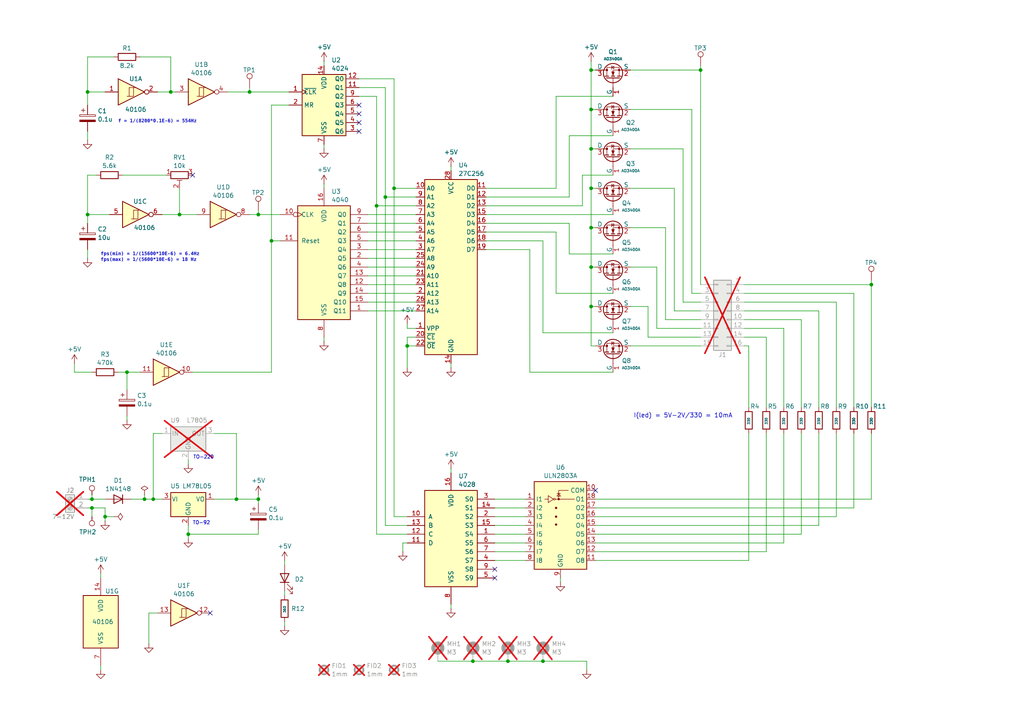
<source format=kicad_sch>
(kicad_sch (version 20250114) (generator "eeschema") (generator_version "9.0")
  (paper "A4")
  (title_block (title "Retro Imponator - Omega") (date "2026-03-01") (rev "1.0") (company "Erik Brenn, 2026"))
  (lib_symbols
    (symbol "4xxx:40106" (pin_names (offset 1.016))
      (property "Reference" "U" (at 0 1.27 0))
      (property "Value" "40106" (at 0 -1.27 0))
      (symbol "40106_1_0"
        (pin input line (at -7.62 0 0) (length 3.81) (name "~") (number "1"))
        (pin output inverted (at 7.62 0 180) (length 3.81) (name "~") (number "2"))
      )
      (symbol "40106_2_0"
        (pin input line (at -7.62 0 0) (length 3.81) (name "~") (number "3"))
        (pin output inverted (at 7.62 0 180) (length 3.81) (name "~") (number "4"))
      )
      (symbol "40106_3_0"
        (pin input line (at -7.62 0 0) (length 3.81) (name "~") (number "5"))
        (pin output inverted (at 7.62 0 180) (length 3.81) (name "~") (number "6"))
      )
      (symbol "40106_4_0"
        (pin input line (at -7.62 0 0) (length 3.81) (name "~") (number "9"))
        (pin output inverted (at 7.62 0 180) (length 3.81) (name "~") (number "8"))
      )
      (symbol "40106_5_0"
        (pin input line (at -7.62 0 0) (length 3.81) (name "~") (number "11"))
        (pin output inverted (at 7.62 0 180) (length 3.81) (name "~") (number "10"))
      )
      (symbol "40106_6_0"
        (pin input line (at -7.62 0 0) (length 3.81) (name "~") (number "13"))
        (pin output inverted (at 7.62 0 180) (length 3.81) (name "~") (number "12"))
      )
      (symbol "40106_7_0"
        (pin power_in line (at 0 12.7 270) (length 5.08) (name "VDD") (number "14"))
        (pin power_in line (at 0 -12.7 90) (length 5.08) (name "VSS") (number "7"))
      )
    )
    (symbol "4xxx:4028" (pin_names (offset 1.016))
      (property "Reference" "U" (at -7.62 13.97 0))
      (property "Value" "4028" (at -7.62 -16.51 0))
      (symbol "4028_1_0"
        (pin input line (at -12.7 5.08 0) (length 5.08) (name "A") (number "10"))
        (pin input line (at -12.7 2.54 0) (length 5.08) (name "B") (number "13"))
        (pin input line (at -12.7 0 0) (length 5.08) (name "C") (number "12"))
        (pin input line (at -12.7 -2.54 0) (length 5.08) (name "D") (number "11"))
        (pin power_in line (at 0 17.78 270) (length 5.08) (name "VDD") (number "16"))
        (pin power_in line (at 0 -20.32 90) (length 5.08) (name "VSS") (number "8"))
        (pin output line (at 12.7 10.16 180) (length 5.08) (name "S0") (number "3"))
        (pin output line (at 12.7 7.62 180) (length 5.08) (name "S1") (number "14"))
        (pin output line (at 12.7 5.08 180) (length 5.08) (name "S2") (number "2"))
        (pin output line (at 12.7 2.54 180) (length 5.08) (name "S3") (number "15"))
        (pin output line (at 12.7 0 180) (length 5.08) (name "S4") (number "1"))
        (pin output line (at 12.7 -2.54 180) (length 5.08) (name "S5") (number "6"))
        (pin output line (at 12.7 -5.08 180) (length 5.08) (name "S6") (number "7"))
        (pin output line (at 12.7 -7.62 180) (length 5.08) (name "S7") (number "4"))
        (pin output line (at 12.7 -10.16 180) (length 5.08) (name "S8") (number "9"))
        (pin output line (at 12.7 -12.7 180) (length 5.08) (name "S9") (number "5"))
      )
    )
    (symbol "4xxx:4040" (pin_names (offset 1.016))
      (property "Reference" "U" (at -7.62 16.51 0))
      (property "Value" "4040" (at -7.62 -19.05 0))
      (symbol "4040_1_0"
        (pin input inverted_clock (at -12.7 12.7 0) (length 5.08) (name "CLK") (number "10"))
        (pin input line (at -12.7 5.08 0) (length 5.08) (name "Reset") (number "11"))
        (pin power_in line (at 0 20.32 270) (length 5.08) (name "VDD") (number "16"))
        (pin power_in line (at 0 -22.86 90) (length 5.08) (name "VSS") (number "8"))
        (pin output line (at 12.7 12.7 180) (length 5.08) (name "Q0") (number "9"))
        (pin output line (at 12.7 10.16 180) (length 5.08) (name "Q1") (number "7"))
        (pin output line (at 12.7 7.62 180) (length 5.08) (name "Q2") (number "6"))
        (pin output line (at 12.7 5.08 180) (length 5.08) (name "Q3") (number "5"))
        (pin output line (at 12.7 2.54 180) (length 5.08) (name "Q4") (number "3"))
        (pin output line (at 12.7 0 180) (length 5.08) (name "Q5") (number "2"))
        (pin output line (at 12.7 -2.54 180) (length 5.08) (name "Q6") (number "4"))
        (pin output line (at 12.7 -5.08 180) (length 5.08) (name "Q7") (number "13"))
        (pin output line (at 12.7 -7.62 180) (length 5.08) (name "Q8") (number "12"))
        (pin output line (at 12.7 -10.16 180) (length 5.08) (name "Q9") (number "14"))
        (pin output line (at 12.7 -12.7 180) (length 5.08) (name "Q10") (number "15"))
        (pin output line (at 12.7 -15.24 180) (length 5.08) (name "Q11") (number "1"))
      )
    )
    (symbol "4xxx_IEEE:4024"
      (property "Reference" "U" (at 5.08 11.43 0))
      (property "Value" "4024" (at 10.16 -10.16 0))
      (symbol "4024_0_0"
        (pin power_in line (at 0 12.7 270) (length 2.54) (name "VDD") (number "14"))
        (pin power_in line (at 0 -10.16 90) (length 2.54) (name "VSS") (number "7"))
      )
      (symbol "4024_1_1"
        (pin input clock (at -10.16 5.08 0) (length 3.81) (name "~{CLK}") (number "1"))
        (pin input line (at -10.16 1.27 0) (length 3.81) (name "MR") (number "2"))
        (pin output line (at 10.16 8.89 180) (length 3.81) (name "Q0") (number "12"))
        (pin output line (at 10.16 6.35 180) (length 3.81) (name "Q1") (number "11"))
        (pin output line (at 10.16 3.81 180) (length 3.81) (name "Q2") (number "9"))
        (pin output line (at 10.16 1.27 180) (length 3.81) (name "Q3") (number "6"))
        (pin output line (at 10.16 -1.27 180) (length 3.81) (name "Q4") (number "5"))
        (pin output line (at 10.16 -3.81 180) (length 3.81) (name "Q5") (number "4"))
        (pin output line (at 10.16 -6.35 180) (length 3.81) (name "Q6") (number "3"))
      )
    )
    (symbol "Connector:Screw_Terminal_01x02" (pin_names (offset 1.016) (hide yes))
      (property "Reference" "J" (at 0 2.54 0))
      (property "Value" "Screw_Terminal_01x02" (at 0 -5.08 0))
      (symbol "Screw_Terminal_01x02_1_1"
        (pin passive line (at -5.08 0 0) (length 3.81) (name "Pin_1") (number "1"))
        (pin passive line (at -5.08 -2.54 0) (length 3.81) (name "Pin_2") (number "2"))
      )
    )
    (symbol "Connector:TestPoint" (pin_numbers (hide yes)) (pin_names (offset 0.762) (hide yes))
      (property "Reference" "TP" (at 0 6.858 0))
      (property "Value" "TestPoint" (at 0 5.08 0))
      (symbol "TestPoint_1_1"
        (pin passive line (at 0 0 90) (length 2.54) (name "1") (number "1"))
      )
    )
    (symbol "Connector_Generic:Conn_02x08_Odd_Even" (pin_names (offset 1.016) (hide yes))
      (property "Reference" "J" (at 1.27 10.16 0))
      (property "Value" "Conn_02x08_Odd_Even" (at 1.27 -12.7 0))
      (symbol "Conn_02x08_Odd_Even_1_1"
        (pin passive line (at -5.08 7.62 0) (length 3.81) (name "Pin_1") (number "1"))
        (pin passive line (at -5.08 5.08 0) (length 3.81) (name "Pin_3") (number "3"))
        (pin passive line (at -5.08 2.54 0) (length 3.81) (name "Pin_5") (number "5"))
        (pin passive line (at -5.08 0 0) (length 3.81) (name "Pin_7") (number "7"))
        (pin passive line (at -5.08 -2.54 0) (length 3.81) (name "Pin_9") (number "9"))
        (pin passive line (at -5.08 -5.08 0) (length 3.81) (name "Pin_11") (number "11"))
        (pin passive line (at -5.08 -7.62 0) (length 3.81) (name "Pin_13") (number "13"))
        (pin passive line (at -5.08 -10.16 0) (length 3.81) (name "Pin_15") (number "15"))
        (pin passive line (at 7.62 7.62 180) (length 3.81) (name "Pin_2") (number "2"))
        (pin passive line (at 7.62 5.08 180) (length 3.81) (name "Pin_4") (number "4"))
        (pin passive line (at 7.62 2.54 180) (length 3.81) (name "Pin_6") (number "6"))
        (pin passive line (at 7.62 0 180) (length 3.81) (name "Pin_8") (number "8"))
        (pin passive line (at 7.62 -2.54 180) (length 3.81) (name "Pin_10") (number "10"))
        (pin passive line (at 7.62 -5.08 180) (length 3.81) (name "Pin_12") (number "12"))
        (pin passive line (at 7.62 -7.62 180) (length 3.81) (name "Pin_14") (number "14"))
        (pin passive line (at 7.62 -10.16 180) (length 3.81) (name "Pin_16") (number "16"))
      )
    )
    (symbol "Device:C_Polarized" (pin_numbers (hide yes)) (pin_names (offset 0.254))
      (property "Reference" "C" (at 0.635 2.54 0))
      (property "Value" "C_Polarized" (at 0.635 -2.54 0))
      (symbol "C_Polarized_1_1"
        (pin passive line (at 0 3.81 270) (length 2.794) (name "~") (number "1"))
        (pin passive line (at 0 -3.81 90) (length 2.794) (name "~") (number "2"))
      )
    )
    (symbol "Device:LED" (pin_numbers (hide yes)) (pin_names (offset 1.016) (hide yes))
      (property "Reference" "D" (at 0 2.54 0))
      (property "Value" "LED" (at 0 -2.54 0))
      (symbol "LED_1_1"
        (pin passive line (at -3.81 0 0) (length 2.54) (name "K") (number "1"))
        (pin passive line (at 3.81 0 180) (length 2.54) (name "A") (number "2"))
      )
    )
    (symbol "Device:R" (pin_numbers (hide yes)) (pin_names (offset 0))
      (property "Reference" "R" (at 2.032 0 90))
      (property "Value" "R" (at 0 0 90))
      (symbol "R_1_1"
        (pin passive line (at 0 3.81 270) (length 1.27) (name "~") (number "1"))
        (pin passive line (at 0 -3.81 90) (length 1.27) (name "~") (number "2"))
      )
    )
    (symbol "Device:R_Potentiometer_Trim" (pin_names (offset 1.016) (hide yes))
      (property "Reference" "RV" (at -4.445 0 90))
      (property "Value" "R_Potentiometer_Trim" (at -2.54 0 90))
      (symbol "R_Potentiometer_Trim_1_1"
        (pin passive line (at 0 3.81 270) (length 1.27) (name "1") (number "1"))
        (pin passive line (at 0 -3.81 90) (length 1.27) (name "3") (number "3"))
        (pin passive line (at 3.81 0 180) (length 1.27) (name "2") (number "2"))
      )
    )
    (symbol "Diode:1N4148" (pin_numbers (hide yes)) (pin_names (hide yes))
      (property "Reference" "D" (at 0 2.54 0))
      (property "Value" "1N4148" (at 0 -2.54 0))
      (symbol "1N4148_1_1"
        (pin passive line (at -3.81 0 0) (length 2.54) (name "K") (number "1"))
        (pin passive line (at 3.81 0 180) (length 2.54) (name "A") (number "2"))
      )
    )
    (symbol "Mechanical:Fiducial" (in_bom no)
      (property "Reference" "FID" (at 0 5.08 0))
      (property "Value" "Fiducial" (at 0 3.175 0))
    )
    (symbol "Mechanical:MountingHole_Pad" (pin_numbers (hide yes)) (pin_names (offset 1.016) (hide yes)) (in_bom no)
      (property "Reference" "H" (at 0 6.35 0))
      (property "Value" "MountingHole_Pad" (at 0 4.445 0))
      (symbol "MountingHole_Pad_1_1"
        (pin input line (at 0 -2.54 90) (length 2.54) (name "1") (number "1"))
      )
    )
    (symbol "Memory_EPROM:27C256"
      (property "Reference" "U" (at -7.62 26.67 0))
      (property "Value" "27C256" (at 2.54 -26.67 0))
      (symbol "27C256_1_1"
        (pin input line (at -10.16 22.86 0) (length 2.54) (name "A0") (number "10"))
        (pin input line (at -10.16 20.32 0) (length 2.54) (name "A1") (number "9"))
        (pin input line (at -10.16 17.78 0) (length 2.54) (name "A2") (number "8"))
        (pin input line (at -10.16 15.24 0) (length 2.54) (name "A3") (number "7"))
        (pin input line (at -10.16 12.7 0) (length 2.54) (name "A4") (number "6"))
        (pin input line (at -10.16 10.16 0) (length 2.54) (name "A5") (number "5"))
        (pin input line (at -10.16 7.62 0) (length 2.54) (name "A6") (number "4"))
        (pin input line (at -10.16 5.08 0) (length 2.54) (name "A7") (number "3"))
        (pin input line (at -10.16 2.54 0) (length 2.54) (name "A8") (number "25"))
        (pin input line (at -10.16 0 0) (length 2.54) (name "A9") (number "24"))
        (pin input line (at -10.16 -2.54 0) (length 2.54) (name "A10") (number "21"))
        (pin input line (at -10.16 -5.08 0) (length 2.54) (name "A11") (number "23"))
        (pin input line (at -10.16 -7.62 0) (length 2.54) (name "A12") (number "2"))
        (pin input line (at -10.16 -10.16 0) (length 2.54) (name "A13") (number "26"))
        (pin input line (at -10.16 -12.7 0) (length 2.54) (name "A14") (number "27"))
        (pin input line (at -10.16 -17.78 0) (length 2.54) (name "VPP") (number "1"))
        (pin input line (at -10.16 -20.32 0) (length 2.54) (name "~{CE}") (number "20"))
        (pin input line (at -10.16 -22.86 0) (length 2.54) (name "~{OE}") (number "22"))
        (pin power_in line (at 0 27.94 270) (length 2.54) (name "VCC") (number "28"))
        (pin power_in line (at 0 -27.94 90) (length 2.54) (name "GND") (number "14"))
        (pin tri_state line (at 10.16 22.86 180) (length 2.54) (name "D0") (number "11"))
        (pin tri_state line (at 10.16 20.32 180) (length 2.54) (name "D1") (number "12"))
        (pin tri_state line (at 10.16 17.78 180) (length 2.54) (name "D2") (number "13"))
        (pin tri_state line (at 10.16 15.24 180) (length 2.54) (name "D3") (number "15"))
        (pin tri_state line (at 10.16 12.7 180) (length 2.54) (name "D4") (number "16"))
        (pin tri_state line (at 10.16 10.16 180) (length 2.54) (name "D5") (number "17"))
        (pin tri_state line (at 10.16 7.62 180) (length 2.54) (name "D6") (number "18"))
        (pin tri_state line (at 10.16 5.08 180) (length 2.54) (name "D7") (number "19"))
      )
    )
    (symbol "PCM_JLCPCB-Transistors:NMOS,AO3400A" (pin_names (offset 0))
      (property "Reference" "Q" (at 4.8514 0.834 0))
      (property "Value" "AO3400A" (at 4.8514 -1.2122 0))
      (symbol "NMOS,AO3400A_1_1"
        (pin input line (at -5.08 0 0) (length 2.54) (name "G") (number "1"))
        (pin passive line (at 2.54 5.08 270) (length 2.54) (name "D") (number "3"))
        (pin passive line (at 2.54 -5.08 90) (length 2.54) (name "S") (number "2"))
      )
    )
    (symbol "Regulator_Linear:L7805" (pin_names (offset 0.254))
      (property "Reference" "U9" (at -3.81 3.81 0))
      (property "Value" "L7805" (at 2.54 3.81 0))
      (symbol "L7805_1_1"
        (pin passive line (at -7.62 0 0) (length 2.54) (name "IN") (number "1"))
        (pin power_in line (at 0 -7.62 90) (length 2.54) (name "GND") (number "2"))
        (pin passive line (at 7.62 0 180) (length 2.54) (name "OUT") (number "3"))
      )
    )
    (symbol "Regulator_Linear:LM78L05_TO92" (pin_names (offset 0.254))
      (property "Reference" "U" (at -3.81 3.175 0))
      (property "Value" "LM78L05_TO92" (at 0 3.175 0))
      (symbol "LM78L05_TO92_1_1"
        (pin power_in line (at -7.62 0 0) (length 2.54) (name "VI") (number "3"))
        (pin power_in line (at 0 -7.62 90) (length 2.54) (name "GND") (number "2"))
        (pin power_out line (at 7.62 0 180) (length 2.54) (name "VO") (number "1"))
      )
    )
    (symbol "Transistor_Array:ULN2803A"
      (property "Reference" "U" (at 0 13.335 0))
      (property "Value" "ULN2803A" (at 0 11.43 0))
      (symbol "ULN2803A_1_1"
        (pin input line (at -10.16 5.08 0) (length 2.54) (name "I1") (number "1"))
        (pin input line (at -10.16 2.54 0) (length 2.54) (name "I2") (number "2"))
        (pin input line (at -10.16 0 0) (length 2.54) (name "I3") (number "3"))
        (pin input line (at -10.16 -2.54 0) (length 2.54) (name "I4") (number "4"))
        (pin input line (at -10.16 -5.08 0) (length 2.54) (name "I5") (number "5"))
        (pin input line (at -10.16 -7.62 0) (length 2.54) (name "I6") (number "6"))
        (pin input line (at -10.16 -10.16 0) (length 2.54) (name "I7") (number "7"))
        (pin input line (at -10.16 -12.7 0) (length 2.54) (name "I8") (number "8"))
        (pin power_in line (at 0 -17.78 90) (length 2.54) (name "GND") (number "9"))
        (pin passive line (at 10.16 7.62 180) (length 2.54) (name "COM") (number "10"))
        (pin open_collector line (at 10.16 5.08 180) (length 2.54) (name "O1") (number "18"))
        (pin open_collector line (at 10.16 2.54 180) (length 2.54) (name "O2") (number "17"))
        (pin open_collector line (at 10.16 0 180) (length 2.54) (name "O3") (number "16"))
        (pin open_collector line (at 10.16 -2.54 180) (length 2.54) (name "O4") (number "15"))
        (pin open_collector line (at 10.16 -5.08 180) (length 2.54) (name "O5") (number "14"))
        (pin open_collector line (at 10.16 -7.62 180) (length 2.54) (name "O6") (number "13"))
        (pin open_collector line (at 10.16 -10.16 180) (length 2.54) (name "O7") (number "12"))
        (pin open_collector line (at 10.16 -12.7 180) (length 2.54) (name "O8") (number "11"))
      )
    )
    (symbol "ezee-symbols:TestPoint_Hook" (pin_numbers (hide yes)) (pin_names (offset 0.762) (hide yes))
      (property "Reference" "TPH" (at -0.254 6.096 0))
      (property "Value" "TestPoint_Hook" (at 0.254 3.937 0))
      (symbol "TestPoint_Hook_1_1"
        (pin passive line (at 0 0 90) (length 1) (name "1") (number "1"))
      )
    )
    (symbol "power:+5V" (power) (pin_numbers (hide yes)) (pin_names (offset 0) (hide yes))
      (property "Value" "+5V" (at 0 3.556 0))
      (symbol "+5V_1_1"
        (pin power_in line (at 0 0 90) (length 0) (name "~") (number "1"))
      )
    )
    (symbol "power:GND" (power) (pin_numbers (hide yes)) (pin_names (offset 0) (hide yes))
      (property "Value" "GND" (at 0 -3.81 0))
      (symbol "GND_1_1"
        (pin power_in line (at 0 0 270) (length 0) (name "~") (number "1"))
      )
    )
    (symbol "power:PWR_FLAG" (power) (pin_numbers (hide yes)) (pin_names (offset 0) (hide yes))
      (property "Value" "PWR_FLAG" (at 0 3.81 0))
      (symbol "PWR_FLAG_0_0"
        (pin power_out line (at 0 0 90) (length 0) (name "~") (number "1"))
      )
    )
  )
  (text "fps(min) = 1/(15600*10E-6) = 6.4Hz\nfps(max) = 1/(5600*10E-6) = 18 Hz\n" (at 29.21 74.93 0) (effects (font (size 1 1) (bold yes)) (justify left)))
  (text "I(led) = 5V-2V/330 = 10mA" (at 198.12 120.65 0) (effects (font (size 1.27 1.27))))
  (text "TO-92" (at 58.42 151.765 0) (effects (font (size 1 1))))
  (text "TO-220" (at 59.055 132.715 0) (effects (font (size 1 1))))
  (text "f = 1/(8200*0.1E-6) = 554Hz" (at 34.29 35.56 0) (effects (font (size 1 1) (bold yes)) (justify left)))
  (junction (at 114.3 54.61))
  (junction (at 36.83 107.95))
  (junction (at 44.45 144.78))
  (junction (at 111.76 57.15))
  (junction (at 74.93 144.78))
  (junction (at 26.67 144.78))
  (junction (at 147.32 191.77))
  (junction (at 25.4 62.23))
  (junction (at 26.67 147.32))
  (junction (at 41.91 144.78))
  (junction (at 171.45 31.75))
  (junction (at 54.61 154.94))
  (junction (at 118.11 100.33))
  (junction (at 109.22 59.69))
  (junction (at 30.48 149.86))
  (junction (at 171.45 88.9))
  (junction (at 171.45 54.61))
  (junction (at 252.73 82.55))
  (junction (at 74.93 62.23))
  (junction (at 171.45 43.18))
  (junction (at 72.39 26.67))
  (junction (at 68.58 144.78))
  (junction (at 25.4 26.67))
  (junction (at 52.07 62.23))
  (junction (at 137.16 191.77))
  (junction (at 49.53 26.67))
  (junction (at 171.45 66.04))
  (junction (at 157.48 191.77))
  (junction (at 203.2 20.32))
  (junction (at 171.45 77.47))
  (junction (at 171.45 20.32))
  (junction (at 78.74 69.85))
  (no_connect (at 143.51 165.1))
  (no_connect (at 104.14 30.48))
  (no_connect (at 143.51 167.64))
  (no_connect (at 172.72 142.24))
  (no_connect (at 104.14 33.02))
  (no_connect (at 104.14 38.1))
  (no_connect (at 55.88 50.8))
  (no_connect (at 104.14 35.56))
  (no_connect (at 60.96 177.8))
  (wire (pts (xy 111.76 57.15) (xy 120.65 57.15)))
  (wire (pts (xy 171.45 77.47) (xy 172.72 77.47)))
  (wire (pts (xy 72.39 25.4) (xy 72.39 26.67)))
  (wire (pts (xy 200.66 31.75) (xy 200.66 85.09)))
  (wire (pts (xy 203.2 19.05) (xy 203.2 20.32)))
  (wire (pts (xy 54.61 154.94) (xy 74.93 154.94)))
  (wire (pts (xy 54.61 133.35) (xy 54.61 134.62)))
  (wire (pts (xy 114.3 54.61) (xy 120.65 54.61)))
  (wire (pts (xy 143.51 157.48) (xy 152.4 157.48)))
  (wire (pts (xy 44.45 125.73) (xy 46.99 125.73)))
  (wire (pts (xy 130.81 135.89) (xy 130.81 137.16)))
  (wire (pts (xy 44.45 144.78) (xy 46.99 144.78)))
  (wire (pts (xy 106.68 72.39) (xy 120.65 72.39)))
  (wire (pts (xy 171.45 100.33) (xy 172.72 100.33)))
  (wire (pts (xy 143.51 144.78) (xy 152.4 144.78)))
  (wire (pts (xy 66.04 26.67) (xy 72.39 26.67)))
  (wire (pts (xy 118.11 100.33) (xy 118.11 106.68)))
  (wire (pts (xy 36.83 120.65) (xy 36.83 121.92)))
  (wire (pts (xy 130.81 48.26) (xy 130.81 49.53)))
  (wire (pts (xy 157.48 191.77) (xy 170.18 191.77)))
  (wire (pts (xy 237.49 125.73) (xy 237.49 152.4)))
  (wire (pts (xy 49.53 26.67) (xy 50.8 26.67)))
  (wire (pts (xy 41.91 143.51) (xy 41.91 144.78)))
  (wire (pts (xy 30.48 149.86) (xy 33.02 149.86)))
  (wire (pts (xy 182.88 20.32) (xy 203.2 20.32)))
  (wire (pts (xy 93.98 53.34) (xy 93.98 54.61)))
  (wire (pts (xy 215.9 87.63) (xy 242.57 87.63)))
  (wire (pts (xy 182.88 100.33) (xy 203.2 100.33)))
  (wire (pts (xy 143.51 162.56) (xy 152.4 162.56)))
  (wire (pts (xy 171.45 20.32) (xy 172.72 20.32)))
  (wire (pts (xy 182.88 54.61) (xy 195.58 54.61)))
  (wire (pts (xy 198.12 43.18) (xy 198.12 87.63)))
  (wire (pts (xy 252.73 125.73) (xy 252.73 144.78)))
  (wire (pts (xy 118.11 97.79) (xy 118.11 100.33)))
  (wire (pts (xy 217.17 100.33) (xy 217.17 118.11)))
  (wire (pts (xy 187.96 88.9) (xy 187.96 97.79)))
  (wire (pts (xy 130.81 175.26) (xy 130.81 176.53)))
  (wire (pts (xy 46.99 62.23) (xy 52.07 62.23)))
  (wire (pts (xy 215.9 95.25) (xy 227.33 95.25)))
  (wire (pts (xy 195.58 54.61) (xy 195.58 90.17)))
  (wire (pts (xy 190.5 95.25) (xy 203.2 95.25)))
  (wire (pts (xy 109.22 59.69) (xy 109.22 154.94)))
  (wire (pts (xy 109.22 27.94) (xy 109.22 59.69)))
  (wire (pts (xy 26.67 149.86) (xy 26.67 147.32)))
  (wire (pts (xy 74.93 153.67) (xy 74.93 154.94)))
  (wire (pts (xy 74.93 143.51) (xy 74.93 144.78)))
  (wire (pts (xy 106.68 64.77) (xy 120.65 64.77)))
  (wire (pts (xy 93.98 41.91) (xy 93.98 43.18)))
  (wire (pts (xy 147.32 191.77) (xy 157.48 191.77)))
  (wire (pts (xy 247.65 125.73) (xy 247.65 147.32)))
  (wire (pts (xy 215.9 97.79) (xy 222.25 97.79)))
  (wire (pts (xy 157.48 69.85) (xy 140.97 69.85)))
  (wire (pts (xy 171.45 43.18) (xy 171.45 54.61)))
  (wire (pts (xy 137.16 191.77) (xy 147.32 191.77)))
  (wire (pts (xy 182.88 31.75) (xy 200.66 31.75)))
  (wire (pts (xy 143.51 149.86) (xy 152.4 149.86)))
  (wire (pts (xy 143.51 160.02) (xy 152.4 160.02)))
  (wire (pts (xy 182.88 43.18) (xy 198.12 43.18)))
  (wire (pts (xy 222.25 125.73) (xy 222.25 160.02)))
  (wire (pts (xy 171.45 88.9) (xy 172.72 88.9)))
  (wire (pts (xy 161.29 67.31) (xy 161.29 85.09)))
  (wire (pts (xy 215.9 100.33) (xy 217.17 100.33)))
  (wire (pts (xy 111.76 152.4) (xy 118.11 152.4)))
  (wire (pts (xy 140.97 62.23) (xy 177.8 62.23)))
  (wire (pts (xy 171.45 31.75) (xy 172.72 31.75)))
  (wire (pts (xy 195.58 90.17) (xy 203.2 90.17)))
  (wire (pts (xy 247.65 85.09) (xy 247.65 118.11)))
  (wire (pts (xy 104.14 22.86) (xy 114.3 22.86)))
  (wire (pts (xy 116.84 157.48) (xy 118.11 157.48)))
  (wire (pts (xy 171.45 77.47) (xy 171.45 88.9)))
  (wire (pts (xy 109.22 59.69) (xy 120.65 59.69)))
  (wire (pts (xy 54.61 154.94) (xy 54.61 156.21)))
  (wire (pts (xy 171.45 66.04) (xy 172.72 66.04)))
  (wire (pts (xy 114.3 22.86) (xy 114.3 54.61)))
  (wire (pts (xy 93.98 17.78) (xy 93.98 19.05)))
  (wire (pts (xy 140.97 72.39) (xy 153.67 72.39)))
  (wire (pts (xy 78.74 30.48) (xy 83.82 30.48)))
  (wire (pts (xy 161.29 27.94) (xy 161.29 54.61)))
  (wire (pts (xy 172.72 147.32) (xy 247.65 147.32)))
  (wire (pts (xy 162.56 167.64) (xy 162.56 168.91)))
  (wire (pts (xy 171.45 43.18) (xy 172.72 43.18)))
  (wire (pts (xy 111.76 25.4) (xy 111.76 57.15)))
  (wire (pts (xy 161.29 85.09) (xy 177.8 85.09)))
  (wire (pts (xy 187.96 97.79) (xy 203.2 97.79)))
  (wire (pts (xy 106.68 87.63) (xy 120.65 87.63)))
  (wire (pts (xy 29.21 193.04) (xy 29.21 194.31)))
  (wire (pts (xy 25.4 72.39) (xy 25.4 74.93)))
  (wire (pts (xy 72.39 26.67) (xy 83.82 26.67)))
  (wire (pts (xy 193.04 92.71) (xy 203.2 92.71)))
  (wire (pts (xy 130.81 105.41) (xy 130.81 106.68)))
  (wire (pts (xy 93.98 97.79) (xy 93.98 99.06)))
  (wire (pts (xy 127 191.77) (xy 137.16 191.77)))
  (wire (pts (xy 203.2 20.32) (xy 203.2 82.55)))
  (wire (pts (xy 26.67 143.51) (xy 26.67 144.78)))
  (wire (pts (xy 111.76 57.15) (xy 111.76 152.4)))
  (wire (pts (xy 232.41 125.73) (xy 232.41 154.94)))
  (wire (pts (xy 168.91 50.8) (xy 168.91 59.69)))
  (wire (pts (xy 55.88 107.95) (xy 78.74 107.95)))
  (wire (pts (xy 106.68 80.01) (xy 120.65 80.01)))
  (wire (pts (xy 25.4 144.78) (xy 26.67 144.78)))
  (wire (pts (xy 82.55 162.56) (xy 82.55 163.83)))
  (wire (pts (xy 54.61 152.4) (xy 54.61 154.94)))
  (wire (pts (xy 190.5 77.47) (xy 190.5 95.25)))
  (wire (pts (xy 106.68 85.09) (xy 120.65 85.09)))
  (wire (pts (xy 118.11 97.79) (xy 120.65 97.79)))
  (wire (pts (xy 165.1 64.77) (xy 165.1 73.66)))
  (wire (pts (xy 165.1 73.66) (xy 177.8 73.66)))
  (wire (pts (xy 44.45 125.73) (xy 44.45 144.78)))
  (wire (pts (xy 68.58 144.78) (xy 74.93 144.78)))
  (wire (pts (xy 140.97 64.77) (xy 165.1 64.77)))
  (wire (pts (xy 74.93 144.78) (xy 74.93 146.05)))
  (wire (pts (xy 193.04 66.04) (xy 193.04 92.71)))
  (wire (pts (xy 153.67 72.39) (xy 153.67 107.95)))
  (wire (pts (xy 25.4 62.23) (xy 31.75 62.23)))
  (wire (pts (xy 82.55 171.45) (xy 82.55 172.72)))
  (wire (pts (xy 106.68 74.93) (xy 120.65 74.93)))
  (wire (pts (xy 52.07 54.61) (xy 52.07 62.23)))
  (wire (pts (xy 171.45 54.61) (xy 172.72 54.61)))
  (wire (pts (xy 182.88 77.47) (xy 190.5 77.47)))
  (wire (pts (xy 62.23 144.78) (xy 68.58 144.78)))
  (wire (pts (xy 78.74 69.85) (xy 78.74 107.95)))
  (wire (pts (xy 118.11 95.25) (xy 120.65 95.25)))
  (wire (pts (xy 36.83 107.95) (xy 36.83 113.03)))
  (wire (pts (xy 68.58 125.73) (xy 68.58 144.78)))
  (wire (pts (xy 109.22 154.94) (xy 118.11 154.94)))
  (wire (pts (xy 161.29 27.94) (xy 177.8 27.94)))
  (wire (pts (xy 172.72 157.48) (xy 227.33 157.48)))
  (wire (pts (xy 118.11 93.98) (xy 118.11 95.25)))
  (wire (pts (xy 171.45 66.04) (xy 171.45 77.47)))
  (wire (pts (xy 157.48 69.85) (xy 157.48 96.52)))
  (wire (pts (xy 25.4 147.32) (xy 26.67 147.32)))
  (wire (pts (xy 26.67 144.78) (xy 30.48 144.78)))
  (wire (pts (xy 25.4 50.8) (xy 25.4 62.23)))
  (wire (pts (xy 25.4 50.8) (xy 27.94 50.8)))
  (wire (pts (xy 227.33 125.73) (xy 227.33 157.48)))
  (wire (pts (xy 171.45 20.32) (xy 171.45 31.75)))
  (wire (pts (xy 35.56 50.8) (xy 48.26 50.8)))
  (wire (pts (xy 215.9 82.55) (xy 252.73 82.55)))
  (wire (pts (xy 215.9 85.09) (xy 247.65 85.09)))
  (wire (pts (xy 30.48 147.32) (xy 30.48 149.86)))
  (wire (pts (xy 215.9 90.17) (xy 237.49 90.17)))
  (wire (pts (xy 82.55 180.34) (xy 82.55 181.61)))
  (wire (pts (xy 104.14 25.4) (xy 111.76 25.4)))
  (wire (pts (xy 232.41 92.71) (xy 232.41 118.11)))
  (wire (pts (xy 74.93 62.23) (xy 81.28 62.23)))
  (wire (pts (xy 106.68 77.47) (xy 120.65 77.47)))
  (wire (pts (xy 36.83 107.95) (xy 40.64 107.95)))
  (wire (pts (xy 78.74 30.48) (xy 78.74 69.85)))
  (wire (pts (xy 143.51 152.4) (xy 152.4 152.4)))
  (wire (pts (xy 168.91 50.8) (xy 177.8 50.8)))
  (wire (pts (xy 40.64 16.51) (xy 49.53 16.51)))
  (wire (pts (xy 171.45 31.75) (xy 171.45 43.18)))
  (wire (pts (xy 170.18 191.77) (xy 170.18 194.31)))
  (wire (pts (xy 116.84 157.48) (xy 116.84 160.02)))
  (wire (pts (xy 106.68 82.55) (xy 120.65 82.55)))
  (wire (pts (xy 242.57 125.73) (xy 242.57 149.86)))
  (wire (pts (xy 157.48 96.52) (xy 177.8 96.52)))
  (wire (pts (xy 171.45 17.78) (xy 171.45 20.32)))
  (wire (pts (xy 26.67 147.32) (xy 30.48 147.32)))
  (wire (pts (xy 237.49 90.17) (xy 237.49 118.11)))
  (wire (pts (xy 34.29 107.95) (xy 36.83 107.95)))
  (wire (pts (xy 222.25 97.79) (xy 222.25 118.11)))
  (wire (pts (xy 118.11 100.33) (xy 120.65 100.33)))
  (wire (pts (xy 41.91 144.78) (xy 44.45 144.78)))
  (wire (pts (xy 172.72 144.78) (xy 252.73 144.78)))
  (wire (pts (xy 106.68 67.31) (xy 120.65 67.31)))
  (wire (pts (xy 104.14 27.94) (xy 109.22 27.94)))
  (wire (pts (xy 171.45 88.9) (xy 171.45 100.33)))
  (wire (pts (xy 172.72 162.56) (xy 217.17 162.56)))
  (wire (pts (xy 25.4 26.67) (xy 25.4 30.48)))
  (wire (pts (xy 25.4 16.51) (xy 33.02 16.51)))
  (wire (pts (xy 25.4 16.51) (xy 25.4 26.67)))
  (wire (pts (xy 25.4 62.23) (xy 25.4 64.77)))
  (wire (pts (xy 43.18 177.8) (xy 43.18 186.69)))
  (wire (pts (xy 30.48 149.86) (xy 30.48 151.13)))
  (wire (pts (xy 172.72 154.94) (xy 232.41 154.94)))
  (wire (pts (xy 78.74 69.85) (xy 81.28 69.85)))
  (wire (pts (xy 106.68 90.17) (xy 120.65 90.17)))
  (wire (pts (xy 21.59 105.41) (xy 21.59 107.95)))
  (wire (pts (xy 49.53 16.51) (xy 49.53 26.67)))
  (wire (pts (xy 242.57 87.63) (xy 242.57 118.11)))
  (wire (pts (xy 106.68 69.85) (xy 120.65 69.85)))
  (wire (pts (xy 62.23 125.73) (xy 68.58 125.73)))
  (wire (pts (xy 45.72 26.67) (xy 49.53 26.67)))
  (wire (pts (xy 165.1 39.37) (xy 177.8 39.37)))
  (wire (pts (xy 200.66 85.09) (xy 203.2 85.09)))
  (wire (pts (xy 153.67 107.95) (xy 177.8 107.95)))
  (wire (pts (xy 165.1 39.37) (xy 165.1 57.15)))
  (wire (pts (xy 72.39 62.23) (xy 74.93 62.23)))
  (wire (pts (xy 140.97 59.69) (xy 168.91 59.69)))
  (wire (pts (xy 114.3 54.61) (xy 114.3 149.86)))
  (wire (pts (xy 140.97 54.61) (xy 161.29 54.61)))
  (wire (pts (xy 43.18 177.8) (xy 45.72 177.8)))
  (wire (pts (xy 172.72 152.4) (xy 237.49 152.4)))
  (wire (pts (xy 25.4 26.67) (xy 30.48 26.67)))
  (wire (pts (xy 21.59 107.95) (xy 26.67 107.95)))
  (wire (pts (xy 143.51 154.94) (xy 152.4 154.94)))
  (wire (pts (xy 227.33 95.25) (xy 227.33 118.11)))
  (wire (pts (xy 217.17 125.73) (xy 217.17 162.56)))
  (wire (pts (xy 171.45 54.61) (xy 171.45 66.04)))
  (wire (pts (xy 52.07 62.23) (xy 57.15 62.23)))
  (wire (pts (xy 172.72 149.86) (xy 242.57 149.86)))
  (wire (pts (xy 252.73 81.28) (xy 252.73 82.55)))
  (wire (pts (xy 114.3 149.86) (xy 118.11 149.86)))
  (wire (pts (xy 38.1 144.78) (xy 41.91 144.78)))
  (wire (pts (xy 182.88 66.04) (xy 193.04 66.04)))
  (wire (pts (xy 29.21 166.37) (xy 29.21 167.64)))
  (wire (pts (xy 25.4 38.1) (xy 25.4 40.64)))
  (wire (pts (xy 182.88 88.9) (xy 187.96 88.9)))
  (wire (pts (xy 215.9 92.71) (xy 232.41 92.71)))
  (wire (pts (xy 143.51 147.32) (xy 152.4 147.32)))
  (wire (pts (xy 198.12 87.63) (xy 203.2 87.63)))
  (wire (pts (xy 140.97 67.31) (xy 161.29 67.31)))
  (wire (pts (xy 140.97 57.15) (xy 165.1 57.15)))
  (wire (pts (xy 74.93 60.96) (xy 74.93 62.23)))
  (wire (pts (xy 106.68 62.23) (xy 120.65 62.23)))
  (wire (pts (xy 172.72 160.02) (xy 222.25 160.02)))
  (wire (pts (xy 252.73 82.55) (xy 252.73 118.11)))
  (symbol (lib_id "power:GND") (at 162.56 168.91 0) (unit 1)
    (property "Reference" "#PWR020" (effects (hide yes)))
    (property "Value" "GND" (effects (hide yes)))
    (property "Description" "Power symbol creates a global label with name \"GND\" , ground" (effects (hide yes)))
  )
  (symbol (lib_id "Device:R") (at 232.41 121.92 180) (unit 1)
    (property "Reference" "R7" (at 232.8426 117.8518 0) (effects (justify right)))
    (property "Value" "330" (at 232.41 123.19 90) (effects (font (size 0.7 0.7)) (justify right)))
    (property "Footprint" "Resistor_THT:R_Axial_DIN0207_L6.3mm_D2.5mm_P10.16mm_Horizontal" (effects (hide yes)))
    (property "Description" "Resistor" (effects (hide yes)))
  )
  (symbol (lib_id "power:GND") (at 116.84 160.02 0) (unit 1)
    (property "Reference" "#PWR018" (effects (hide yes)))
    (property "Value" "GND" (effects (hide yes)))
    (property "Description" "Power symbol creates a global label with name \"GND\" , ground" (effects (hide yes)))
  )
  (symbol (lib_id "PCM_JLCPCB-Transistors:NMOS,AO3400A") (at 177.8 91.44 90) (unit 1)
    (property "Reference" "Q7" (at 180.34 93.2038 90) (effects (justify right)))
    (property "Value" "AO3400A" (at 180.34 95.25 90) (effects (font (size 0.8 0.8)) (justify right)))
    (property "Footprint" "Package_TO_SOT_THT:TO-92" (effects (hide yes)))
    (property "Datasheet" "https://www.lcsc.com/datasheet/lcsc_datasheet_1811081213_Alpha---Omega-Semicon-AO3400A_C20917.pdf" (effects (hide yes)))
    (property "Description" "30V 5.7A 26.5mΩ@10V,5.7A 1.4W 1.5V@250uA 1 N-Channel SOT-23-3L MOSFETs ROHS" (effects (hide yes)))
    (property "LCSC" "C20917" (effects (hide yes)))
    (property "Stock" "463122" (effects (hide yes)))
    (property "Price" "0.074USD" (effects (hide yes)))
    (property "Process" "SMT" (effects (hide yes)))
    (property "Minimum Qty" "5" (effects (hide yes)))
    (property "Attrition Qty" "4" (effects (hide yes)))
    (property "Class" "Basic Component" (effects (hide yes)))
    (property "Category" "Transistors,MOSFETs" (effects (hide yes)))
    (property "Manufacturer" "Alpha & Omega Semicon" (effects (hide yes)))
    (property "Part" "AO3400A" (effects (hide yes)))
    (property "Continuous Drain Current (Id)" "5.7A" (effects (hide yes)))
    (property "Input Capacitance (Ciss@Vds)" "630pF@15V" (effects (hide yes)))
    (property "Operating Temperature" "-55°C~+150°C@(Tj)" (effects (hide yes)))
    (property "Type" "1 N-channel" (effects (hide yes)))
    (property "Drain Source Voltage (Vdss)" "30V" (effects (hide yes)))
    (property "Power Dissipation (Pd)" "1.4W" (effects (hide yes)))
    (property "Gate Threshold Voltage (Vgs(th)@Id)" "1.5V@250uA" (effects (hide yes)))
    (property "Drain Source On Resistance (RDS(on)@Vgs,Id)" "26.5mΩ@10V,5.7A" (effects (hide yes)))
    (property "Total Gate Charge (Qg@Vgs)" "7nC@4.5V" (effects (hide yes)))
  )
  (symbol (lib_id "Device:R") (at 227.33 121.92 180) (unit 1)
    (property "Reference" "R6" (at 227.7626 117.8518 0) (effects (justify right)))
    (property "Value" "330" (at 227.33 123.19 90) (effects (font (size 0.7 0.7)) (justify right)))
    (property "Footprint" "Resistor_THT:R_Axial_DIN0207_L6.3mm_D2.5mm_P10.16mm_Horizontal" (effects (hide yes)))
    (property "Description" "Resistor" (effects (hide yes)))
  )
  (symbol (lib_id "Connector:TestPoint") (at 252.73 81.28 0) (unit 1)
    (property "Reference" "TP4" (at 250.825 76.2 0) (effects (justify left)))
    (property "Value" "TestPoint" (effects (hide yes)))
    (property "Footprint" "ezee-footprints:TestPoint_Pad_D1.0mm" (effects (hide yes)))
    (property "Description" "test point" (effects (hide yes)))
  )
  (symbol (lib_id "power:+5V") (at 118.11 93.98 0) (unit 1)
    (property "Reference" "#PWR08" (effects (hide yes)))
    (property "Value" "+5V" (at 118.11 89.8469 0))
    (property "Description" "Power symbol creates a global label with name \"+5V\"" (effects (hide yes)))
  )
  (symbol (lib_id "Device:R") (at 30.48 107.95 90) (unit 1)
    (property "Reference" "R3" (at 30.48 102.7895 90))
    (property "Value" "470k" (at 30.48 105.2138 90))
    (property "Footprint" "Resistor_THT:R_Axial_DIN0207_L6.3mm_D2.5mm_P10.16mm_Horizontal" (effects (hide yes)))
    (property "Description" "Resistor" (effects (hide yes)))
  )
  (symbol (lib_id "Device:R") (at 82.55 176.53 180) (unit 1)
    (property "Reference" "R12" (at 84.455 176.53 0) (effects (justify right)))
    (property "Value" "360" (at 82.55 177.8 90) (effects (font (size 0.7 0.7)) (justify right)))
    (property "Footprint" "Resistor_THT:R_Axial_DIN0207_L6.3mm_D2.5mm_P10.16mm_Horizontal" (effects (hide yes)))
    (property "Description" "Resistor" (effects (hide yes)))
  )
  (symbol (lib_id "Memory_EPROM:27C256") (at 130.81 77.47 0) (unit 1)
    (property "Reference" "U4" (at 132.9533 47.9255 0) (effects (justify left)))
    (property "Value" "27C256" (at 132.9533 50.3498 0) (effects (justify left)))
    (property "Footprint" "Package_DIP:DIP-28_W15.24mm" (effects (hide yes)))
    (property "Datasheet" "http://ww1.microchip.com/downloads/en/DeviceDoc/doc0014.pdf" (effects (hide yes)))
    (property "Description" "OTP EPROM 256 KiBit" (effects (hide yes)))
  )
  (symbol (lib_id "PCM_JLCPCB-Transistors:NMOS,AO3400A") (at 177.8 102.87 90) (unit 1)
    (property "Reference" "Q8" (at 180.34 104.6338 90) (effects (justify right)))
    (property "Value" "AO3400A" (at 180.34 106.68 90) (effects (font (size 0.8 0.8)) (justify right)))
    (property "Footprint" "Package_TO_SOT_THT:TO-92" (effects (hide yes)))
    (property "Datasheet" "https://www.lcsc.com/datasheet/lcsc_datasheet_1811081213_Alpha---Omega-Semicon-AO3400A_C20917.pdf" (effects (hide yes)))
    (property "Description" "30V 5.7A 26.5mΩ@10V,5.7A 1.4W 1.5V@250uA 1 N-Channel SOT-23-3L MOSFETs ROHS" (effects (hide yes)))
    (property "LCSC" "C20917" (effects (hide yes)))
    (property "Stock" "463122" (effects (hide yes)))
    (property "Price" "0.074USD" (effects (hide yes)))
    (property "Process" "SMT" (effects (hide yes)))
    (property "Minimum Qty" "5" (effects (hide yes)))
    (property "Attrition Qty" "4" (effects (hide yes)))
    (property "Class" "Basic Component" (effects (hide yes)))
    (property "Category" "Transistors,MOSFETs" (effects (hide yes)))
    (property "Manufacturer" "Alpha & Omega Semicon" (effects (hide yes)))
    (property "Part" "AO3400A" (effects (hide yes)))
    (property "Continuous Drain Current (Id)" "5.7A" (effects (hide yes)))
    (property "Input Capacitance (Ciss@Vds)" "630pF@15V" (effects (hide yes)))
    (property "Operating Temperature" "-55°C~+150°C@(Tj)" (effects (hide yes)))
    (property "Type" "1 N-channel" (effects (hide yes)))
    (property "Drain Source Voltage (Vdss)" "30V" (effects (hide yes)))
    (property "Power Dissipation (Pd)" "1.4W" (effects (hide yes)))
    (property "Gate Threshold Voltage (Vgs(th)@Id)" "1.5V@250uA" (effects (hide yes)))
    (property "Drain Source On Resistance (RDS(on)@Vgs,Id)" "26.5mΩ@10V,5.7A" (effects (hide yes)))
    (property "Total Gate Charge (Qg@Vgs)" "7nC@4.5V" (effects (hide yes)))
  )
  (symbol (lib_id "Device:C_Polarized") (at 74.93 149.86 0) (unit 1)
    (property "Reference" "C5" (at 77.851 147.7588 0) (effects (justify left)))
    (property "Value" "0.1u" (at 77.851 150.1831 0) (effects (justify left)))
    (property "Footprint" "Capacitor_THT:CP_Radial_D4.0mm_P1.50mm" (effects (hide yes)))
    (property "Description" "Polarized capacitor" (effects (hide yes)))
  )
  (symbol (lib_id "4xxx:40106") (at 58.42 26.67 0) (unit 2)
    (property "Reference" "U1" (at 58.42 18.7155 0))
    (property "Value" "40106" (at 58.42 21.1398 0))
    (property "Footprint" "Package_DIP:DIP-14_W7.62mm" (effects (hide yes)))
    (property "Datasheet" "https://assets.nexperia.com/documents/data-sheet/HEF40106B.pdf" (effects (hide yes)))
    (property "Description" "Hex Schmitt trigger inverter" (effects (hide yes)))
  )
  (symbol (lib_id "Device:R") (at 31.75 50.8 90) (unit 1)
    (property "Reference" "R2" (at 31.75 45.6395 90))
    (property "Value" "5.6k" (at 31.75 48.0638 90))
    (property "Footprint" "Resistor_THT:R_Axial_DIN0207_L6.3mm_D2.5mm_P10.16mm_Horizontal" (effects (hide yes)))
    (property "Description" "Resistor" (effects (hide yes)))
  )
  (symbol (lib_id "PCM_JLCPCB-Transistors:NMOS,AO3400A") (at 177.8 57.15 90) (unit 1)
    (property "Reference" "Q4" (at 180.34 58.9138 90) (effects (justify right)))
    (property "Value" "AO3400A" (at 180.34 60.96 90) (effects (font (size 0.8 0.8)) (justify right)))
    (property "Footprint" "Package_TO_SOT_THT:TO-92" (effects (hide yes)))
    (property "Datasheet" "https://www.lcsc.com/datasheet/lcsc_datasheet_1811081213_Alpha---Omega-Semicon-AO3400A_C20917.pdf" (effects (hide yes)))
    (property "Description" "30V 5.7A 26.5mΩ@10V,5.7A 1.4W 1.5V@250uA 1 N-Channel SOT-23-3L MOSFETs ROHS" (effects (hide yes)))
    (property "LCSC" "C20917" (effects (hide yes)))
    (property "Stock" "463122" (effects (hide yes)))
    (property "Price" "0.074USD" (effects (hide yes)))
    (property "Process" "SMT" (effects (hide yes)))
    (property "Minimum Qty" "5" (effects (hide yes)))
    (property "Attrition Qty" "4" (effects (hide yes)))
    (property "Class" "Basic Component" (effects (hide yes)))
    (property "Category" "Transistors,MOSFETs" (effects (hide yes)))
    (property "Manufacturer" "Alpha & Omega Semicon" (effects (hide yes)))
    (property "Part" "AO3400A" (effects (hide yes)))
    (property "Continuous Drain Current (Id)" "5.7A" (effects (hide yes)))
    (property "Input Capacitance (Ciss@Vds)" "630pF@15V" (effects (hide yes)))
    (property "Operating Temperature" "-55°C~+150°C@(Tj)" (effects (hide yes)))
    (property "Type" "1 N-channel" (effects (hide yes)))
    (property "Drain Source Voltage (Vdss)" "30V" (effects (hide yes)))
    (property "Power Dissipation (Pd)" "1.4W" (effects (hide yes)))
    (property "Gate Threshold Voltage (Vgs(th)@Id)" "1.5V@250uA" (effects (hide yes)))
    (property "Drain Source On Resistance (RDS(on)@Vgs,Id)" "26.5mΩ@10V,5.7A" (effects (hide yes)))
    (property "Total Gate Charge (Qg@Vgs)" "7nC@4.5V" (effects (hide yes)))
  )
  (symbol (lib_id "power:GND") (at 170.18 194.31 0) (unit 1)
    (property "Reference" "#PWR02" (effects (hide yes)))
    (property "Value" "GND" (effects (hide yes)))
    (property "Description" "Power symbol creates a global label with name \"GND\" , ground" (effects (hide yes)))
  )
  (symbol (lib_id "Mechanical:Fiducial") (at 104.14 194.31 0) (unit 1) (in_bom no) (dnp yes)
    (property "Reference" "FID2" (at 106.299 193.0978 0) (effects (justify left)))
    (property "Value" "1mm" (at 106.299 195.5221 0) (effects (justify left)))
    (property "Footprint" "Fiducial:Fiducial_1mm_Mask2mm" (effects (hide yes)))
    (property "Description" "Fiducial Marker" (effects (hide yes)))
  )
  (symbol (lib_id "Device:C_Polarized") (at 25.4 68.58 0) (unit 1)
    (property "Reference" "C2" (at 28.321 66.4788 0) (effects (justify left)))
    (property "Value" "10u" (at 28.321 68.9031 0) (effects (justify left)))
    (property "Footprint" "Capacitor_THT:CP_Radial_D4.0mm_P1.50mm" (effects (hide yes)))
    (property "Description" "Polarized capacitor" (effects (hide yes)))
  )
  (symbol (lib_id "power:GND") (at 54.61 134.62 0) (unit 1)
    (property "Reference" "#PWR024" (effects (hide yes)))
    (property "Value" "GND" (effects (hide yes)))
    (property "Description" "Power symbol creates a global label with name \"GND\" , ground" (effects (hide yes)))
  )
  (symbol (lib_id "power:GND") (at 29.21 194.31 0) (unit 1)
    (property "Reference" "#PWR022" (effects (hide yes)))
    (property "Value" "GND" (effects (hide yes)))
    (property "Description" "Power symbol creates a global label with name \"GND\" , ground" (effects (hide yes)))
  )
  (symbol (lib_id "power:GND") (at 30.48 151.13 0) (unit 1)
    (property "Reference" "#PWR016" (effects (hide yes)))
    (property "Value" "GND" (effects (hide yes)))
    (property "Description" "Power symbol creates a global label with name \"GND\" , ground" (effects (hide yes)))
  )
  (symbol (lib_id "power:+5V") (at 21.59 105.41 0) (unit 1)
    (property "Reference" "#PWR010" (effects (hide yes)))
    (property "Value" "+5V" (at 21.59 101.2769 0))
    (property "Description" "Power symbol creates a global label with name \"+5V\"" (effects (hide yes)))
  )
  (symbol (lib_id "4xxx_IEEE:4024") (at 93.98 31.75 0) (unit 1)
    (property "Reference" "U2" (at 96.1233 17.4455 0) (effects (justify left)))
    (property "Value" "4024" (at 96.1233 19.8698 0) (effects (justify left)))
    (property "Footprint" "Package_DIP:DIP-14_W7.62mm" (effects (hide yes)))
  )
  (symbol (lib_id "ezee-symbols:TestPoint_Hook") (at 26.67 149.86 180) (unit 1) (in_bom no)
    (property "Reference" "TPH2" (at 27.94 154.305 0) (effects (justify left)))
    (property "Value" "TestPoint_Hook" (effects (hide yes)))
    (property "Footprint" "ezee-footprints:TestPoint_Hook" (effects (hide yes)))
    (property "Description" "Test point with eye hook" (effects (hide yes)))
  )
  (symbol (lib_id "power:+5V") (at 130.81 48.26 0) (unit 1)
    (property "Reference" "#PWR05" (effects (hide yes)))
    (property "Value" "+5V" (at 130.81 44.1269 0))
    (property "Description" "Power symbol creates a global label with name \"+5V\"" (effects (hide yes)))
  )
  (symbol (lib_id "Device:R") (at 217.17 121.92 180) (unit 1)
    (property "Reference" "R4" (at 217.6026 117.8518 0) (effects (justify right)))
    (property "Value" "330" (at 217.17 123.19 90) (effects (font (size 0.7 0.7)) (justify right)))
    (property "Footprint" "Resistor_THT:R_Axial_DIN0207_L6.3mm_D2.5mm_P10.16mm_Horizontal" (effects (hide yes)))
    (property "Description" "Resistor" (effects (hide yes)))
  )
  (symbol (lib_id "power:+5V") (at 74.93 143.51 0) (unit 1)
    (property "Reference" "#PWR015" (effects (hide yes)))
    (property "Value" "+5V" (at 74.93 139.3769 0))
    (property "Description" "Power symbol creates a global label with name \"+5V\"" (effects (hide yes)))
  )
  (symbol (lib_id "Mechanical:Fiducial") (at 93.98 194.31 0) (unit 1) (in_bom no) (dnp yes)
    (property "Reference" "FID1" (at 96.139 193.0978 0) (effects (justify left)))
    (property "Value" "1mm" (at 96.139 195.5221 0) (effects (justify left)))
    (property "Footprint" "Fiducial:Fiducial_1mm_Mask2mm" (effects (hide yes)))
    (property "Description" "Fiducial Marker" (effects (hide yes)))
  )
  (symbol (lib_id "4xxx:40106") (at 64.77 62.23 0) (unit 4)
    (property "Reference" "U1" (at 64.77 54.2755 0))
    (property "Value" "40106" (at 64.77 56.6998 0))
    (property "Footprint" "Package_DIP:DIP-14_W7.62mm" (effects (hide yes)))
    (property "Datasheet" "https://assets.nexperia.com/documents/data-sheet/HEF40106B.pdf" (effects (hide yes)))
    (property "Description" "Hex Schmitt trigger inverter" (effects (hide yes)))
  )
  (symbol (lib_id "Connector:TestPoint") (at 74.93 60.96 0) (unit 1)
    (property "Reference" "TP2" (at 73.025 55.88 0) (effects (justify left)))
    (property "Value" "TestPoint" (effects (hide yes)))
    (property "Footprint" "ezee-footprints:TestPoint_Pad_D1.0mm" (effects (hide yes)))
    (property "Description" "test point" (effects (hide yes)))
  )
  (symbol (lib_id "PCM_JLCPCB-Transistors:NMOS,AO3400A") (at 177.8 34.29 90) (unit 1)
    (property "Reference" "Q2" (at 182.88 35.56 90))
    (property "Value" "AO3400A" (at 182.88 37.6062 90) (effects (font (size 0.8 0.8))))
    (property "Footprint" "Package_TO_SOT_THT:TO-92" (effects (hide yes)))
    (property "Datasheet" "https://www.lcsc.com/datasheet/lcsc_datasheet_1811081213_Alpha---Omega-Semicon-AO3400A_C20917.pdf" (effects (hide yes)))
    (property "Description" "30V 5.7A 26.5mΩ@10V,5.7A 1.4W 1.5V@250uA 1 N-Channel SOT-23-3L MOSFETs ROHS" (effects (hide yes)))
    (property "LCSC" "C20917" (effects (hide yes)))
    (property "Stock" "463122" (effects (hide yes)))
    (property "Price" "0.074USD" (effects (hide yes)))
    (property "Process" "SMT" (effects (hide yes)))
    (property "Minimum Qty" "5" (effects (hide yes)))
    (property "Attrition Qty" "4" (effects (hide yes)))
    (property "Class" "Basic Component" (effects (hide yes)))
    (property "Category" "Transistors,MOSFETs" (effects (hide yes)))
    (property "Manufacturer" "Alpha & Omega Semicon" (effects (hide yes)))
    (property "Part" "AO3400A" (effects (hide yes)))
    (property "Continuous Drain Current (Id)" "5.7A" (effects (hide yes)))
    (property "Input Capacitance (Ciss@Vds)" "630pF@15V" (effects (hide yes)))
    (property "Operating Temperature" "-55°C~+150°C@(Tj)" (effects (hide yes)))
    (property "Type" "1 N-channel" (effects (hide yes)))
    (property "Drain Source Voltage (Vdss)" "30V" (effects (hide yes)))
    (property "Power Dissipation (Pd)" "1.4W" (effects (hide yes)))
    (property "Gate Threshold Voltage (Vgs(th)@Id)" "1.5V@250uA" (effects (hide yes)))
    (property "Drain Source On Resistance (RDS(on)@Vgs,Id)" "26.5mΩ@10V,5.7A" (effects (hide yes)))
    (property "Total Gate Charge (Qg@Vgs)" "7nC@4.5V" (effects (hide yes)))
  )
  (symbol (lib_id "power:+5V") (at 29.21 166.37 0) (unit 1)
    (property "Reference" "#PWR019" (effects (hide yes)))
    (property "Value" "+5V" (at 29.21 162.2369 0))
    (property "Description" "Power symbol creates a global label with name \"+5V\"" (effects (hide yes)))
  )
  (symbol (lib_id "Diode:1N4148") (at 34.29 144.78 180) (unit 1)
    (property "Reference" "D1" (at 34.29 139.3655 0))
    (property "Value" "1N4148" (at 34.29 141.7898 0))
    (property "Footprint" "Diode_THT:D_DO-35_SOD27_P7.62mm_Horizontal" (effects (hide yes)))
    (property "Datasheet" "https://assets.nexperia.com/documents/data-sheet/1N4148_1N4448.pdf" (effects (hide yes)))
    (property "Description" "100V 0.15A standard switching diode, DO-35" (effects (hide yes)))
    (property "Sim.Device" "D" (effects (hide yes)))
    (property "Sim.Pins" "1=K 2=A" (effects (hide yes)))
  )
  (symbol (lib_id "Mechanical:MountingHole_Pad") (at 147.32 189.23 0) (unit 1) (in_bom no) (dnp yes)
    (property "Reference" "MH3" (at 149.86 186.7478 0) (effects (justify left)))
    (property "Value" "M3" (at 149.86 189.1721 0) (effects (justify left)))
    (property "Footprint" "MountingHole:MountingHole_2.2mm_M2_DIN965_Pad" (effects (hide yes)))
    (property "Description" "Mounting Hole with connection" (effects (hide yes)))
  )
  (symbol (lib_id "PCM_JLCPCB-Transistors:NMOS,AO3400A") (at 177.8 68.58 90) (unit 1)
    (property "Reference" "Q5" (at 180.34 70.3438 90) (effects (justify right)))
    (property "Value" "AO3400A" (at 180.34 72.39 90) (effects (font (size 0.8 0.8)) (justify right)))
    (property "Footprint" "Package_TO_SOT_THT:TO-92" (effects (hide yes)))
    (property "Datasheet" "https://www.lcsc.com/datasheet/lcsc_datasheet_1811081213_Alpha---Omega-Semicon-AO3400A_C20917.pdf" (effects (hide yes)))
    (property "Description" "30V 5.7A 26.5mΩ@10V,5.7A 1.4W 1.5V@250uA 1 N-Channel SOT-23-3L MOSFETs ROHS" (effects (hide yes)))
    (property "LCSC" "C20917" (effects (hide yes)))
    (property "Stock" "463122" (effects (hide yes)))
    (property "Price" "0.074USD" (effects (hide yes)))
    (property "Process" "SMT" (effects (hide yes)))
    (property "Minimum Qty" "5" (effects (hide yes)))
    (property "Attrition Qty" "4" (effects (hide yes)))
    (property "Class" "Basic Component" (effects (hide yes)))
    (property "Category" "Transistors,MOSFETs" (effects (hide yes)))
    (property "Manufacturer" "Alpha & Omega Semicon" (effects (hide yes)))
    (property "Part" "AO3400A" (effects (hide yes)))
    (property "Continuous Drain Current (Id)" "5.7A" (effects (hide yes)))
    (property "Input Capacitance (Ciss@Vds)" "630pF@15V" (effects (hide yes)))
    (property "Operating Temperature" "-55°C~+150°C@(Tj)" (effects (hide yes)))
    (property "Type" "1 N-channel" (effects (hide yes)))
    (property "Drain Source Voltage (Vdss)" "30V" (effects (hide yes)))
    (property "Power Dissipation (Pd)" "1.4W" (effects (hide yes)))
    (property "Gate Threshold Voltage (Vgs(th)@Id)" "1.5V@250uA" (effects (hide yes)))
    (property "Drain Source On Resistance (RDS(on)@Vgs,Id)" "26.5mΩ@10V,5.7A" (effects (hide yes)))
    (property "Total Gate Charge (Qg@Vgs)" "7nC@4.5V" (effects (hide yes)))
  )
  (symbol (lib_id "Mechanical:MountingHole_Pad") (at 137.16 189.23 0) (unit 1) (in_bom no) (dnp yes)
    (property "Reference" "MH2" (at 139.7 186.7478 0) (effects (justify left)))
    (property "Value" "M3" (at 139.7 189.1721 0) (effects (justify left)))
    (property "Footprint" "MountingHole:MountingHole_2.2mm_M2_DIN965_Pad" (effects (hide yes)))
    (property "Description" "Mounting Hole with connection" (effects (hide yes)))
  )
  (symbol (lib_id "Regulator_Linear:L7805") (at 54.61 125.73 0) (unit 1) (in_bom no) (dnp yes)
    (property "Reference" "U9" (at 50.8 121.92 0))
    (property "Value" "L7805" (at 57.15 121.92 0))
    (property "Footprint" "Package_TO_SOT_THT:TO-220-3_Vertical" (effects (hide yes)))
    (property "Datasheet" "http://www.st.com/content/ccc/resource/technical/document/datasheet/41/4f/b3/b0/12/d4/47/88/CD00000444.pdf/files/CD00000444.pdf/jcr:content/translations/en.CD00000444.pdf" (effects (hide yes)))
    (property "Description" "Positive 1.5A 35V Linear Regulator, Fixed Output 5V, TO-220/TO-263/TO-252" (effects (hide yes)))
  )
  (symbol (lib_id "power:+5V") (at 93.98 53.34 0) (unit 1)
    (property "Reference" "#PWR06" (effects (hide yes)))
    (property "Value" "+5V" (at 93.98 49.2069 0))
    (property "Description" "Power symbol creates a global label with name \"+5V\"" (effects (hide yes)))
  )
  (symbol (lib_id "PCM_JLCPCB-Transistors:NMOS,AO3400A") (at 177.8 22.86 90) (unit 1)
    (property "Reference" "Q1" (at 177.8 15.0269 90))
    (property "Value" "AO3400A" (at 177.8 17.0731 90) (effects (font (size 0.8 0.8))))
    (property "Footprint" "Package_TO_SOT_THT:TO-92" (effects (hide yes)))
    (property "Datasheet" "https://www.lcsc.com/datasheet/lcsc_datasheet_1811081213_Alpha---Omega-Semicon-AO3400A_C20917.pdf" (effects (hide yes)))
    (property "Description" "30V 5.7A 26.5mΩ@10V,5.7A 1.4W 1.5V@250uA 1 N-Channel SOT-23-3L MOSFETs ROHS" (effects (hide yes)))
  )
  (symbol (lib_id "power:GND") (at 130.81 176.53 0) (unit 1)
    (property "Reference" "#PWR021" (effects (hide yes)))
    (property "Value" "GND" (effects (hide yes)))
    (property "Description" "Power symbol creates a global label with name \"GND\" , ground" (effects (hide yes)))
  )
  (symbol (lib_id "power:+5V") (at 130.81 135.89 0) (unit 1)
    (property "Reference" "#PWR014" (effects (hide yes)))
    (property "Value" "+5V" (at 130.81 131.7569 0))
    (property "Description" "Power symbol creates a global label with name \"+5V\"" (effects (hide yes)))
  )
  (symbol (lib_id "Mechanical:MountingHole_Pad") (at 127 189.23 0) (unit 1) (in_bom no) (dnp yes)
    (property "Reference" "MH1" (at 129.54 186.7478 0) (effects (justify left)))
    (property "Value" "M3" (at 129.54 189.1721 0) (effects (justify left)))
    (property "Footprint" "MountingHole:MountingHole_2.2mm_M2_DIN965_Pad" (effects (hide yes)))
    (property "Description" "Mounting Hole with connection" (effects (hide yes)))
  )
  (symbol (lib_id "power:+5V") (at 82.55 162.56 0) (unit 1)
    (property "Reference" "#PWR026" (effects (hide yes)))
    (property "Value" "+5V" (at 82.55 158.4269 0))
    (property "Description" "Power symbol creates a global label with name \"+5V\"" (effects (hide yes)))
  )
  (symbol (lib_id "Device:R") (at 252.73 121.92 180) (unit 1)
    (property "Reference" "R11" (at 253.1626 117.8518 0) (effects (justify right)))
    (property "Value" "330" (at 252.73 123.19 90) (effects (font (size 0.7 0.7)) (justify right)))
    (property "Footprint" "Resistor_THT:R_Axial_DIN0207_L6.3mm_D2.5mm_P10.16mm_Horizontal" (effects (hide yes)))
    (property "Description" "Resistor" (effects (hide yes)))
  )
  (symbol (lib_id "4xxx:40106") (at 29.21 180.34 0) (unit 7)
    (property "Reference" "U1" (at 30.48 171.45 0) (effects (justify left)))
    (property "Value" "40106" (at 26.67 180.34 0) (effects (justify left)))
    (property "Footprint" "Package_DIP:DIP-14_W7.62mm" (effects (hide yes)))
    (property "Datasheet" "https://assets.nexperia.com/documents/data-sheet/HEF40106B.pdf" (effects (hide yes)))
    (property "Description" "Hex Schmitt trigger inverter" (effects (hide yes)))
  )
  (symbol (lib_id "Connector:Screw_Terminal_01x02") (at 20.32 144.78 0) (mirror y) (unit 1) (in_bom no) (dnp yes)
    (property "Reference" "J2" (at 21.59 142.24 0) (effects (justify left)))
    (property "Value" "7-12V" (at 21.59 149.86 0) (effects (justify left)))
    (property "Footprint" "ezee-footprints:Battery_Terminals" (effects (hide yes)))
    (property "Description" "Generic screw terminal, single row, 01x02, script generated (kicad-library-utils/schlib/autogen/connector/)" (effects (hide yes)))
  )
  (symbol (lib_id "4xxx:40106") (at 38.1 26.67 0) (unit 1)
    (property "Reference" "U1" (at 39.37 22.86 0))
    (property "Value" "40106" (at 39.37 31.75 0))
    (property "Footprint" "Package_DIP:DIP-14_W7.62mm" (effects (hide yes)))
    (property "Datasheet" "https://assets.nexperia.com/documents/data-sheet/HEF40106B.pdf" (effects (hide yes)))
    (property "Description" "Hex Schmitt trigger inverter" (effects (hide yes)))
  )
  (symbol (lib_id "Device:R") (at 222.25 121.92 180) (unit 1)
    (property "Reference" "R5" (at 222.6826 117.8518 0) (effects (justify right)))
    (property "Value" "330" (at 222.25 123.19 90) (effects (font (size 0.7 0.7)) (justify right)))
    (property "Footprint" "Resistor_THT:R_Axial_DIN0207_L6.3mm_D2.5mm_P10.16mm_Horizontal" (effects (hide yes)))
    (property "Description" "Resistor" (effects (hide yes)))
  )
  (symbol (lib_id "4xxx:40106") (at 48.26 107.95 0) (unit 5)
    (property "Reference" "U1" (at 48.26 99.9955 0))
    (property "Value" "40106" (at 48.26 102.4198 0))
    (property "Footprint" "Package_DIP:DIP-14_W7.62mm" (effects (hide yes)))
    (property "Datasheet" "https://assets.nexperia.com/documents/data-sheet/HEF40106B.pdf" (effects (hide yes)))
    (property "Description" "Hex Schmitt trigger inverter" (effects (hide yes)))
  )
  (symbol (lib_id "PCM_JLCPCB-Transistors:NMOS,AO3400A") (at 177.8 80.01 90) (unit 1)
    (property "Reference" "Q6" (at 180.34 81.7738 90) (effects (justify right)))
    (property "Value" "AO3400A" (at 180.34 83.82 90) (effects (font (size 0.8 0.8)) (justify right)))
    (property "Footprint" "Package_TO_SOT_THT:TO-92" (effects (hide yes)))
    (property "Datasheet" "https://www.lcsc.com/datasheet/lcsc_datasheet_1811081213_Alpha---Omega-Semicon-AO3400A_C20917.pdf" (effects (hide yes)))
    (property "Description" "30V 5.7A 26.5mΩ@10V,5.7A 1.4W 1.5V@250uA 1 N-Channel SOT-23-3L MOSFETs ROHS" (effects (hide yes)))
    (property "LCSC" "C20917" (effects (hide yes)))
    (property "Stock" "463122" (effects (hide yes)))
    (property "Price" "0.074USD" (effects (hide yes)))
    (property "Process" "SMT" (effects (hide yes)))
    (property "Minimum Qty" "5" (effects (hide yes)))
    (property "Attrition Qty" "4" (effects (hide yes)))
    (property "Class" "Basic Component" (effects (hide yes)))
    (property "Category" "Transistors,MOSFETs" (effects (hide yes)))
    (property "Manufacturer" "Alpha & Omega Semicon" (effects (hide yes)))
    (property "Part" "AO3400A" (effects (hide yes)))
    (property "Continuous Drain Current (Id)" "5.7A" (effects (hide yes)))
    (property "Input Capacitance (Ciss@Vds)" "630pF@15V" (effects (hide yes)))
    (property "Operating Temperature" "-55°C~+150°C@(Tj)" (effects (hide yes)))
    (property "Type" "1 N-channel" (effects (hide yes)))
    (property "Drain Source Voltage (Vdss)" "30V" (effects (hide yes)))
    (property "Power Dissipation (Pd)" "1.4W" (effects (hide yes)))
    (property "Gate Threshold Voltage (Vgs(th)@Id)" "1.5V@250uA" (effects (hide yes)))
    (property "Drain Source On Resistance (RDS(on)@Vgs,Id)" "26.5mΩ@10V,5.7A" (effects (hide yes)))
    (property "Total Gate Charge (Qg@Vgs)" "7nC@4.5V" (effects (hide yes)))
  )
  (symbol (lib_id "power:GND") (at 36.83 121.92 0) (unit 1)
    (property "Reference" "#PWR013" (effects (hide yes)))
    (property "Value" "GND" (effects (hide yes)))
    (property "Description" "Power symbol creates a global label with name \"GND\" , ground" (effects (hide yes)))
  )
  (symbol (lib_id "Device:C_Polarized") (at 25.4 34.29 0) (unit 1)
    (property "Reference" "C1" (at 28.321 32.1888 0) (effects (justify left)))
    (property "Value" "0.1u" (at 28.321 34.6131 0) (effects (justify left)))
    (property "Footprint" "Capacitor_THT:CP_Radial_D4.0mm_P1.50mm" (effects (hide yes)))
    (property "Description" "Polarized capacitor" (effects (hide yes)))
  )
  (symbol (lib_id "4xxx:40106") (at 39.37 62.23 0) (unit 3)
    (property "Reference" "U1" (at 40.64 58.42 0))
    (property "Value" "40106" (at 41.91 66.04 0))
    (property "Footprint" "Package_DIP:DIP-14_W7.62mm" (effects (hide yes)))
    (property "Datasheet" "https://assets.nexperia.com/documents/data-sheet/HEF40106B.pdf" (effects (hide yes)))
    (property "Description" "Hex Schmitt trigger inverter" (effects (hide yes)))
  )
  (symbol (lib_id "ezee-symbols:TestPoint_Hook") (at 26.67 143.51 0) (unit 1) (in_bom no)
    (property "Reference" "TPH1" (at 22.86 139.065 0) (effects (justify left)))
    (property "Value" "TestPoint_Hook" (effects (hide yes)))
    (property "Footprint" "ezee-footprints:TestPoint_Hook" (effects (hide yes)))
    (property "Description" "Test point with eye hook" (effects (hide yes)))
  )
  (symbol (lib_id "Device:R") (at 237.49 121.92 180) (unit 1)
    (property "Reference" "R8" (at 237.9226 117.8518 0) (effects (justify right)))
    (property "Value" "330" (at 237.49 123.19 90) (effects (font (size 0.7 0.7)) (justify right)))
    (property "Footprint" "Resistor_THT:R_Axial_DIN0207_L6.3mm_D2.5mm_P10.16mm_Horizontal" (effects (hide yes)))
    (property "Description" "Resistor" (effects (hide yes)))
  )
  (symbol (lib_id "power:GND") (at 54.61 156.21 0) (unit 1)
    (property "Reference" "#PWR017" (effects (hide yes)))
    (property "Value" "GND" (effects (hide yes)))
    (property "Description" "Power symbol creates a global label with name \"GND\" , ground" (effects (hide yes)))
  )
  (symbol (lib_id "power:GND") (at 130.81 106.68 0) (unit 1)
    (property "Reference" "#PWR012" (effects (hide yes)))
    (property "Value" "GND" (effects (hide yes)))
    (property "Description" "Power symbol creates a global label with name \"GND\" , ground" (effects (hide yes)))
  )
  (symbol (lib_id "4xxx:4028") (at 130.81 154.94 0) (unit 1)
    (property "Reference" "U7" (at 132.9533 138.0955 0) (effects (justify left)))
    (property "Value" "4028" (at 132.9533 140.5198 0) (effects (justify left)))
    (property "Footprint" "Package_DIP:DIP-16_W7.62mm" (effects (hide yes)))
    (property "Datasheet" "http://www.intersil.com/content/dam/Intersil/documents/cd40/cd4028bms.pdf" (effects (hide yes)))
    (property "Description" "Decoder 4 to 10 lines" (effects (hide yes)))
  )
  (symbol (lib_id "Device:R_Potentiometer_Trim") (at 52.07 50.8 90) (mirror x) (unit 1)
    (property "Reference" "RV1" (at 52.07 45.6395 90))
    (property "Value" "10k" (at 52.07 48.0638 90))
    (property "Footprint" "ezee-footprints:Potentiometer_Wheel_3pin_Pitch4mm" (effects (hide yes)))
    (property "Description" "Trim-potentiometer" (effects (hide yes)))
    (property "Sim.Device" "R" (effects (hide yes)))
    (property "Sim.Type" "POT" (effects (hide yes)))
    (property "Sim.Pins" "1=r0 2=wiper 3=r1" (effects (hide yes)))
  )
  (symbol (lib_id "Connector:TestPoint") (at 203.2 19.05 0) (unit 1)
    (property "Reference" "TP3" (at 201.295 13.97 0) (effects (justify left)))
    (property "Value" "TestPoint" (effects (hide yes)))
    (property "Footprint" "ezee-footprints:TestPoint_Pad_D1.0mm" (effects (hide yes)))
    (property "Description" "test point" (effects (hide yes)))
  )
  (symbol (lib_id "Mechanical:Fiducial") (at 114.3 194.31 0) (unit 1) (in_bom no) (dnp yes)
    (property "Reference" "FID3" (at 116.459 193.0978 0) (effects (justify left)))
    (property "Value" "1mm" (at 116.459 195.5221 0) (effects (justify left)))
    (property "Footprint" "Fiducial:Fiducial_1mm_Mask2mm" (effects (hide yes)))
    (property "Description" "Fiducial Marker" (effects (hide yes)))
  )
  (symbol (lib_id "Device:C_Polarized") (at 36.83 116.84 0) (unit 1)
    (property "Reference" "C3" (at 39.751 114.7388 0) (effects (justify left)))
    (property "Value" "0.1u" (at 39.751 117.1631 0) (effects (justify left)))
    (property "Footprint" "Capacitor_THT:CP_Radial_D4.0mm_P1.50mm" (effects (hide yes)))
    (property "Description" "Polarized capacitor" (effects (hide yes)))
  )
  (symbol (lib_id "power:GND") (at 43.18 186.69 0) (unit 1)
    (property "Reference" "#PWR023" (effects (hide yes)))
    (property "Value" "GND" (effects (hide yes)))
    (property "Description" "Power symbol creates a global label with name \"GND\" , ground" (effects (hide yes)))
  )
  (symbol (lib_id "Device:R") (at 242.57 121.92 180) (unit 1)
    (property "Reference" "R9" (at 243.0026 117.8518 0) (effects (justify right)))
    (property "Value" "330" (at 242.57 123.19 90) (effects (font (size 0.7 0.7)) (justify right)))
    (property "Footprint" "Resistor_THT:R_Axial_DIN0207_L6.3mm_D2.5mm_P10.16mm_Horizontal" (effects (hide yes)))
    (property "Description" "Resistor" (effects (hide yes)))
  )
  (symbol (lib_id "Mechanical:MountingHole_Pad") (at 157.48 189.23 0) (unit 1) (in_bom no) (dnp yes)
    (property "Reference" "MH4" (at 160.02 186.7478 0) (effects (justify left)))
    (property "Value" "M3" (at 160.02 189.1721 0) (effects (justify left)))
    (property "Footprint" "MountingHole:MountingHole_2.2mm_M2_DIN965_Pad" (effects (hide yes)))
    (property "Description" "Mounting Hole with connection" (effects (hide yes)))
  )
  (symbol (lib_id "Device:R") (at 36.83 16.51 270) (unit 1)
    (property "Reference" "R1" (at 36.83 13.97 90))
    (property "Value" "8.2k" (at 36.83 19.05 90))
    (property "Footprint" "Resistor_THT:R_Axial_DIN0207_L6.3mm_D2.5mm_P10.16mm_Horizontal" (effects (hide yes)))
    (property "Description" "Resistor" (effects (hide yes)))
  )
  (symbol (lib_id "power:+5V") (at 171.45 17.78 0) (unit 1)
    (property "Reference" "#PWR01" (effects (hide yes)))
    (property "Value" "+5V" (at 171.45 13.6469 0))
    (property "Description" "Power symbol creates a global label with name \"+5V\"" (effects (hide yes)))
  )
  (symbol (lib_id "4xxx:4040") (at 93.98 74.93 0) (unit 1)
    (property "Reference" "U3" (at 96.1233 55.5455 0) (effects (justify left)))
    (property "Value" "4040" (at 96.1233 57.9698 0) (effects (justify left)))
    (property "Footprint" "Package_DIP:DIP-16_W7.62mm" (effects (hide yes)))
    (property "Datasheet" "http://www.intersil.com/content/dam/Intersil/documents/cd40/cd4020bms-24bms-40bms.pdf" (effects (hide yes)))
    (property "Description" "Binary Counter 12 stages (Asynchronous)" (effects (hide yes)))
  )
  (symbol (lib_id "power:GND") (at 118.11 106.68 0) (unit 1)
    (property "Reference" "#PWR011" (effects (hide yes)))
    (property "Value" "GND" (effects (hide yes)))
    (property "Description" "Power symbol creates a global label with name \"GND\" , ground" (effects (hide yes)))
  )
  (symbol (lib_id "power:GND") (at 25.4 74.93 0) (unit 1)
    (property "Reference" "#PWR07" (effects (hide yes)))
    (property "Value" "GND" (effects (hide yes)))
    (property "Description" "Power symbol creates a global label with name \"GND\" , ground" (effects (hide yes)))
  )
  (symbol (lib_id "Connector_Generic:Conn_02x08_Odd_Even") (at 208.28 90.17 0) (unit 1) (in_bom no) (dnp yes)
    (property "Reference" "J1" (at 209.55 102.87 0))
    (property "Value" "Conn_02x08_Odd_Even" (effects (hide yes)))
    (property "Footprint" "Connector_PinHeader_2.54mm:PinHeader_2x08_P2.54mm_Horizontal" (effects (hide yes)))
    (property "Description" "Generic connector, double row, 02x08, odd/even pin numbering scheme (row 1 odd numbers, row 2 even numbers), script generated (kicad-library-utils/schlib/autogen/connector/)" (effects (hide yes)))
  )
  (symbol (lib_id "Regulator_Linear:LM78L05_TO92") (at 54.61 144.78 0) (unit 1)
    (property "Reference" "U5" (at 50.8 140.97 0))
    (property "Value" "LM78L05" (at 57.15 140.97 0))
    (property "Footprint" "Package_TO_SOT_THT:TO-92_Inline" (effects (hide yes)))
    (property "Datasheet" "https://www.onsemi.com/pub/Collateral/MC78L06A-D.pdf" (effects (hide yes)))
    (property "Description" "Positive 100mA 30V Linear Regulator, Fixed Output 5V, TO-92" (effects (hide yes)))
  )
  (symbol (lib_id "power:PWR_FLAG") (at 33.02 149.86 270) (unit 1)
    (property "Reference" "#FLG03" (effects (hide yes)))
    (property "Value" "PWR_FLAG" (effects (hide yes)))
    (property "Description" "Special symbol for telling ERC where power comes from" (effects (hide yes)))
  )
  (symbol (lib_id "power:GND") (at 93.98 43.18 0) (unit 1)
    (property "Reference" "#PWR04" (effects (hide yes)))
    (property "Value" "GND" (effects (hide yes)))
    (property "Description" "Power symbol creates a global label with name \"GND\" , ground" (effects (hide yes)))
  )
  (symbol (lib_id "power:GND") (at 93.98 99.06 0) (unit 1)
    (property "Reference" "#PWR09" (effects (hide yes)))
    (property "Value" "GND" (effects (hide yes)))
    (property "Description" "Power symbol creates a global label with name \"GND\" , ground" (effects (hide yes)))
  )
  (symbol (lib_id "power:+5V") (at 93.98 17.78 0) (unit 1)
    (property "Reference" "#PWR0101" (effects (hide yes)))
    (property "Value" "+5V" (at 93.98 13.6469 0))
    (property "Description" "Power symbol creates a global label with name \"+5V\"" (effects (hide yes)))
  )
  (symbol (lib_id "power:GND") (at 25.4 40.64 0) (unit 1)
    (property "Reference" "#PWR03" (effects (hide yes)))
    (property "Value" "GND" (effects (hide yes)))
    (property "Description" "Power symbol creates a global label with name \"GND\" , ground" (effects (hide yes)))
  )
  (symbol (lib_id "Connector:TestPoint") (at 72.39 25.4 0) (unit 1)
    (property "Reference" "TP1" (at 70.485 20.32 0) (effects (justify left)))
    (property "Value" "TestPoint" (effects (hide yes)))
    (property "Footprint" "ezee-footprints:TestPoint_Pad_D1.0mm" (effects (hide yes)))
    (property "Description" "test point" (effects (hide yes)))
  )
  (symbol (lib_id "Device:LED") (at 82.55 167.64 90) (unit 1)
    (property "Reference" "D2" (at 85.471 168.0153 90) (effects (justify right)))
    (property "Value" "LED" (effects (hide yes)))
    (property "Footprint" "LED_THT:LED_D3.0mm" (effects (hide yes)))
    (property "Description" "Light emitting diode" (effects (hide yes)))
    (property "Sim.Pins" "1=K 2=A" (effects (hide yes)))
  )
  (symbol (lib_id "power:PWR_FLAG") (at 41.91 143.51 0) (unit 1)
    (property "Reference" "#FLG02" (effects (hide yes)))
    (property "Value" "PWR_FLAG" (effects (hide yes)))
    (property "Description" "Special symbol for telling ERC where power comes from" (effects (hide yes)))
  )
  (symbol (lib_id "PCM_JLCPCB-Transistors:NMOS,AO3400A") (at 177.8 45.72 90) (unit 1)
    (property "Reference" "Q3" (at 182.88 47.4838 90))
    (property "Value" "AO3400A" (at 182.88 49.53 90) (effects (font (size 0.8 0.8))))
    (property "Footprint" "Package_TO_SOT_THT:TO-92" (effects (hide yes)))
    (property "Datasheet" "https://www.lcsc.com/datasheet/lcsc_datasheet_1811081213_Alpha---Omega-Semicon-AO3400A_C20917.pdf" (effects (hide yes)))
    (property "Description" "30V 5.7A 26.5mΩ@10V,5.7A 1.4W 1.5V@250uA 1 N-Channel SOT-23-3L MOSFETs ROHS" (effects (hide yes)))
    (property "LCSC" "C20917" (effects (hide yes)))
    (property "Stock" "463122" (effects (hide yes)))
    (property "Price" "0.074USD" (effects (hide yes)))
    (property "Process" "SMT" (effects (hide yes)))
    (property "Minimum Qty" "5" (effects (hide yes)))
    (property "Attrition Qty" "4" (effects (hide yes)))
    (property "Class" "Basic Component" (effects (hide yes)))
    (property "Category" "Transistors,MOSFETs" (effects (hide yes)))
    (property "Manufacturer" "Alpha & Omega Semicon" (effects (hide yes)))
    (property "Part" "AO3400A" (effects (hide yes)))
    (property "Continuous Drain Current (Id)" "5.7A" (effects (hide yes)))
    (property "Input Capacitance (Ciss@Vds)" "630pF@15V" (effects (hide yes)))
    (property "Operating Temperature" "-55°C~+150°C@(Tj)" (effects (hide yes)))
    (property "Type" "1 N-channel" (effects (hide yes)))
    (property "Drain Source Voltage (Vdss)" "30V" (effects (hide yes)))
    (property "Power Dissipation (Pd)" "1.4W" (effects (hide yes)))
    (property "Gate Threshold Voltage (Vgs(th)@Id)" "1.5V@250uA" (effects (hide yes)))
    (property "Drain Source On Resistance (RDS(on)@Vgs,Id)" "26.5mΩ@10V,5.7A" (effects (hide yes)))
    (property "Total Gate Charge (Qg@Vgs)" "7nC@4.5V" (effects (hide yes)))
  )
  (symbol (lib_id "4xxx:40106") (at 53.34 177.8 0) (unit 6)
    (property "Reference" "U1" (at 53.34 169.8455 0))
    (property "Value" "40106" (at 53.34 172.2698 0))
    (property "Footprint" "Package_DIP:DIP-14_W7.62mm" (effects (hide yes)))
    (property "Datasheet" "https://assets.nexperia.com/documents/data-sheet/HEF40106B.pdf" (effects (hide yes)))
    (property "Description" "Hex Schmitt trigger inverter" (effects (hide yes)))
  )
  (symbol (lib_id "power:GND") (at 82.55 181.61 0) (unit 1)
    (property "Reference" "#PWR025" (effects (hide yes)))
    (property "Value" "GND" (effects (hide yes)))
    (property "Description" "Power symbol creates a global label with name \"GND\" , ground" (effects (hide yes)))
  )
  (symbol (lib_id "Transistor_Array:ULN2803A") (at 162.56 149.86 0) (unit 1)
    (property "Reference" "U6" (at 162.56 135.5555 0))
    (property "Value" "ULN2803A" (at 162.56 137.9798 0))
    (property "Footprint" "Package_DIP:DIP-18_W7.62mm" (effects (hide yes)))
    (property "Datasheet" "http://www.ti.com/lit/ds/symlink/uln2803a.pdf" (effects (hide yes)))
    (property "Description" "Darlington Transistor Arrays, SOIC18/DIP18" (effects (hide yes)))
  )
  (symbol (lib_id "Device:R") (at 247.65 121.92 180) (unit 1)
    (property "Reference" "R10" (at 248.0826 117.8518 0) (effects (justify right)))
    (property "Value" "330" (at 247.65 123.19 90) (effects (font (size 0.7 0.7)) (justify right)))
    (property "Footprint" "Resistor_THT:R_Axial_DIN0207_L6.3mm_D2.5mm_P10.16mm_Horizontal" (effects (hide yes)))
    (property "Description" "Resistor" (effects (hide yes)))
  )
)
</source>
